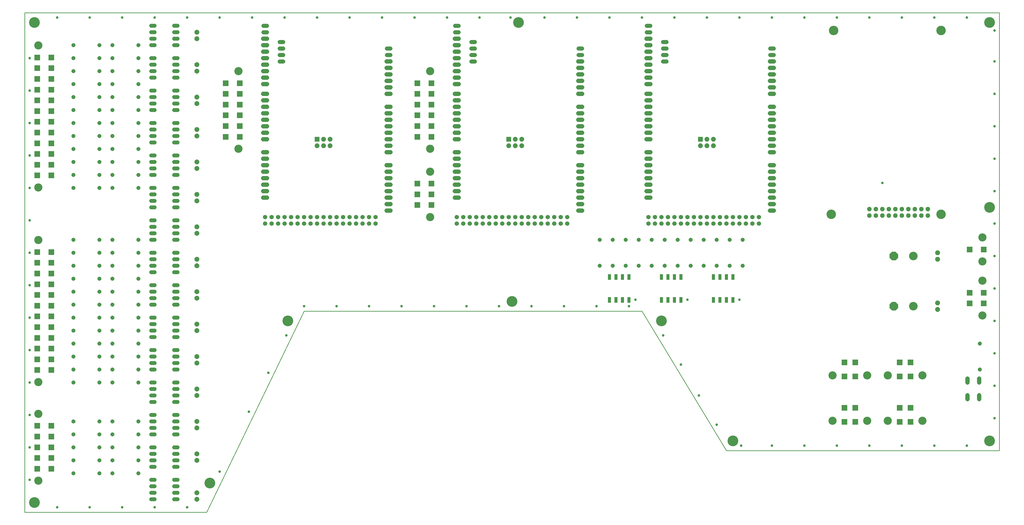
<source format=gbr>
G04 EAGLE Gerber X2 export*
G75*
%MOIN*%
%FSLAX34Y34*%
%LPD*%
%AMOC8*
5,1,8,0,0,1.08239X$1,22.5*%
G01*
%ADD10C,0.145795*%
%ADD11C,0.165480*%
%ADD12C,0.067370*%
%ADD13C,0.067370*%
%ADD14C,0.064000*%
%ADD15C,0.074000*%
%ADD16R,0.074000X0.074000*%
%ADD17R,0.051000X0.087000*%
%ADD18R,0.090677X0.090677*%
%ADD19C,0.126110*%
%ADD20P,0.076850X8X292.500000*%
%ADD21C,0.060000*%
%ADD22P,0.064943X8X22.500000*%
%ADD23C,0.068000*%
%ADD24P,0.073603X8X202.500000*%
%ADD25P,0.142875X8X202.500000*%
%ADD26C,0.132000*%
%ADD27P,0.064943X8X112.500000*%
%ADD28C,0.039000*%
%ADD29C,0.010000*%


D10*
X124512Y74268D03*
X141047Y74268D03*
X141047Y45921D03*
X124118Y45921D03*
D11*
X98000Y29500D03*
X75000Y32500D03*
X40500Y29500D03*
X28500Y4500D03*
X1500Y75500D03*
X76000Y75500D03*
X148500Y75500D03*
X148500Y11000D03*
X109000Y11000D03*
X148500Y47000D03*
X1500Y1500D03*
D12*
X85203Y69500D02*
X85797Y69500D01*
X85797Y68500D02*
X85203Y68500D01*
X85203Y67500D02*
X85797Y67500D01*
X85797Y66500D02*
X85203Y66500D01*
X85203Y65500D02*
X85797Y65500D01*
X85797Y64500D02*
X85203Y64500D01*
X66797Y64500D02*
X66203Y64500D01*
X66203Y63500D02*
X66797Y63500D01*
X66797Y62500D02*
X66203Y62500D01*
X66203Y61500D02*
X66797Y61500D01*
X66797Y60500D02*
X66203Y60500D01*
X66203Y59500D02*
X66797Y59500D01*
X66797Y58500D02*
X66203Y58500D01*
X66203Y57500D02*
X66797Y57500D01*
X66797Y55500D02*
X66203Y55500D01*
X66203Y54500D02*
X66797Y54500D01*
X66797Y52500D02*
X66203Y52500D01*
X66203Y51500D02*
X66797Y51500D01*
X66797Y50500D02*
X66203Y50500D01*
X66203Y49500D02*
X66797Y49500D01*
X66797Y48500D02*
X66203Y48500D01*
X66203Y73000D02*
X66797Y73000D01*
X66797Y72000D02*
X66203Y72000D01*
X66203Y71000D02*
X66797Y71000D01*
X66797Y70000D02*
X66203Y70000D01*
X66203Y69000D02*
X66797Y69000D01*
X66797Y68000D02*
X66203Y68000D01*
X66203Y67000D02*
X66797Y67000D01*
X66797Y66000D02*
X66203Y66000D01*
D13*
X83500Y44500D03*
X83500Y45500D03*
X82500Y45500D03*
X82500Y44500D03*
X81500Y44500D03*
X81500Y45500D03*
X80500Y45500D03*
X80500Y44500D03*
X79500Y44500D03*
X79500Y45500D03*
X78500Y44500D03*
X78500Y45500D03*
X77500Y45500D03*
X77500Y44500D03*
X76500Y44500D03*
X76500Y45500D03*
X75500Y45500D03*
X75500Y44500D03*
X74500Y45500D03*
X74500Y44500D03*
X73500Y44500D03*
X73500Y45500D03*
X72500Y45500D03*
X72500Y44500D03*
X71500Y44500D03*
X71500Y45500D03*
X70500Y44500D03*
X70500Y45500D03*
X69500Y45500D03*
X69500Y44500D03*
X68500Y44500D03*
X68500Y45500D03*
X67500Y45500D03*
X67500Y44500D03*
X66500Y45500D03*
X66500Y44500D03*
D12*
X66797Y53500D02*
X66203Y53500D01*
X85203Y53500D02*
X85797Y53500D01*
X85797Y52500D02*
X85203Y52500D01*
X85203Y50500D02*
X85797Y50500D01*
X85797Y49500D02*
X85203Y49500D01*
X85203Y48500D02*
X85797Y48500D01*
X85797Y47500D02*
X85203Y47500D01*
X85203Y46500D02*
X85797Y46500D01*
X85797Y51500D02*
X85203Y51500D01*
X85203Y62500D02*
X85797Y62500D01*
X85797Y61500D02*
X85203Y61500D01*
X85203Y59500D02*
X85797Y59500D01*
X85797Y58500D02*
X85203Y58500D01*
X85203Y57500D02*
X85797Y57500D01*
X85797Y56500D02*
X85203Y56500D01*
X85203Y55500D02*
X85797Y55500D01*
X85797Y60500D02*
X85203Y60500D01*
D14*
X69280Y69500D02*
X68720Y69500D01*
X68720Y70500D02*
X69280Y70500D01*
X69280Y71500D02*
X68720Y71500D01*
X68720Y72500D02*
X69280Y72500D01*
X85220Y70500D02*
X85780Y70500D01*
X85780Y71500D02*
X85220Y71500D01*
X66780Y74000D02*
X66220Y74000D01*
X66220Y75000D02*
X66780Y75000D01*
D15*
X74500Y56500D03*
X75500Y56500D03*
X76500Y56500D03*
X76500Y57500D03*
X75500Y57500D03*
D16*
X74500Y57500D03*
D12*
X66797Y73000D02*
X66203Y73000D01*
D17*
X100000Y36270D03*
X100000Y32730D03*
X101000Y36270D03*
X101000Y32730D03*
X99000Y36270D03*
X99000Y32730D03*
X98000Y32730D03*
X98000Y36270D03*
D18*
X4083Y40094D03*
X4083Y38441D03*
X4083Y36787D03*
X4083Y35134D03*
X4083Y33480D03*
X4083Y31827D03*
X4083Y30173D03*
X4083Y28520D03*
X4083Y26866D03*
X4083Y25213D03*
X4083Y23559D03*
X1917Y40094D03*
X1917Y38441D03*
X1917Y36787D03*
X1917Y35134D03*
X1917Y33480D03*
X1917Y31827D03*
X1917Y30173D03*
X1917Y28520D03*
X1917Y26866D03*
X1917Y25213D03*
X4083Y21906D03*
X1917Y23559D03*
X1917Y21906D03*
D19*
X2098Y41945D03*
X2098Y20055D03*
D18*
X60417Y57866D03*
X60417Y59520D03*
X60417Y61173D03*
X60417Y62827D03*
X60417Y64480D03*
X60417Y66134D03*
X62583Y66134D03*
X62583Y61173D03*
X62583Y62827D03*
X62583Y64480D03*
X62583Y59520D03*
X62583Y57866D03*
D19*
X62402Y56016D03*
X62402Y67984D03*
D20*
X140500Y32250D03*
X140500Y31250D03*
X140500Y40000D03*
X140500Y39000D03*
D12*
X56297Y69500D02*
X55703Y69500D01*
X55703Y68500D02*
X56297Y68500D01*
X56297Y67500D02*
X55703Y67500D01*
X55703Y66500D02*
X56297Y66500D01*
X56297Y65500D02*
X55703Y65500D01*
X55703Y64500D02*
X56297Y64500D01*
X37297Y64500D02*
X36703Y64500D01*
X36703Y63500D02*
X37297Y63500D01*
X37297Y62500D02*
X36703Y62500D01*
X36703Y61500D02*
X37297Y61500D01*
X37297Y60500D02*
X36703Y60500D01*
X36703Y59500D02*
X37297Y59500D01*
X37297Y58500D02*
X36703Y58500D01*
X36703Y57500D02*
X37297Y57500D01*
X37297Y55500D02*
X36703Y55500D01*
X36703Y54500D02*
X37297Y54500D01*
X37297Y52500D02*
X36703Y52500D01*
X36703Y51500D02*
X37297Y51500D01*
X37297Y50500D02*
X36703Y50500D01*
X36703Y49500D02*
X37297Y49500D01*
X37297Y48500D02*
X36703Y48500D01*
X36703Y73000D02*
X37297Y73000D01*
X37297Y72000D02*
X36703Y72000D01*
X36703Y71000D02*
X37297Y71000D01*
X37297Y70000D02*
X36703Y70000D01*
X36703Y69000D02*
X37297Y69000D01*
X37297Y68000D02*
X36703Y68000D01*
X36703Y67000D02*
X37297Y67000D01*
X37297Y66000D02*
X36703Y66000D01*
D13*
X54000Y44500D03*
X54000Y45500D03*
X53000Y45500D03*
X53000Y44500D03*
X52000Y44500D03*
X52000Y45500D03*
X51000Y45500D03*
X51000Y44500D03*
X50000Y44500D03*
X50000Y45500D03*
X49000Y44500D03*
X49000Y45500D03*
X48000Y45500D03*
X48000Y44500D03*
X47000Y44500D03*
X47000Y45500D03*
X46000Y45500D03*
X46000Y44500D03*
X45000Y45500D03*
X45000Y44500D03*
X44000Y44500D03*
X44000Y45500D03*
X43000Y45500D03*
X43000Y44500D03*
X42000Y44500D03*
X42000Y45500D03*
X41000Y44500D03*
X41000Y45500D03*
X40000Y45500D03*
X40000Y44500D03*
X39000Y44500D03*
X39000Y45500D03*
X38000Y45500D03*
X38000Y44500D03*
X37000Y45500D03*
X37000Y44500D03*
D12*
X37297Y53500D02*
X36703Y53500D01*
X55703Y53500D02*
X56297Y53500D01*
X56297Y52500D02*
X55703Y52500D01*
X55703Y50500D02*
X56297Y50500D01*
X56297Y49500D02*
X55703Y49500D01*
X55703Y48500D02*
X56297Y48500D01*
X56297Y47500D02*
X55703Y47500D01*
X55703Y46500D02*
X56297Y46500D01*
X56297Y51500D02*
X55703Y51500D01*
X55703Y62500D02*
X56297Y62500D01*
X56297Y61500D02*
X55703Y61500D01*
X55703Y59500D02*
X56297Y59500D01*
X56297Y58500D02*
X55703Y58500D01*
X55703Y57500D02*
X56297Y57500D01*
X56297Y56500D02*
X55703Y56500D01*
X55703Y55500D02*
X56297Y55500D01*
X56297Y60500D02*
X55703Y60500D01*
D14*
X39780Y69500D02*
X39220Y69500D01*
X39220Y70500D02*
X39780Y70500D01*
X39780Y71500D02*
X39220Y71500D01*
X39220Y72500D02*
X39780Y72500D01*
X55720Y70500D02*
X56280Y70500D01*
X56280Y71500D02*
X55720Y71500D01*
X37280Y74000D02*
X36720Y74000D01*
X36720Y75000D02*
X37280Y75000D01*
D15*
X45000Y56500D03*
X46000Y56500D03*
X47000Y56500D03*
X47000Y57500D03*
X46000Y57500D03*
D16*
X45000Y57500D03*
D12*
X37297Y73000D02*
X36703Y73000D01*
D17*
X92000Y36270D03*
X92000Y32730D03*
X93000Y36270D03*
X93000Y32730D03*
X91000Y36270D03*
X91000Y32730D03*
X90000Y32730D03*
X90000Y36270D03*
D18*
X4083Y70094D03*
X4083Y68441D03*
X4083Y66787D03*
X4083Y65134D03*
X4083Y63480D03*
X4083Y61827D03*
X4083Y60173D03*
X4083Y58520D03*
X4083Y56866D03*
X4083Y55213D03*
X4083Y53559D03*
X1917Y70094D03*
X1917Y68441D03*
X1917Y66787D03*
X1917Y65134D03*
X1917Y63480D03*
X1917Y61827D03*
X1917Y60173D03*
X1917Y58520D03*
X1917Y56866D03*
X1917Y55213D03*
X4083Y51906D03*
X1917Y53559D03*
X1917Y51906D03*
D19*
X2098Y71945D03*
X2098Y50055D03*
D18*
X30917Y57866D03*
X30917Y59520D03*
X30917Y61173D03*
X30917Y62827D03*
X30917Y64480D03*
X30917Y66134D03*
X33083Y66134D03*
X33083Y61173D03*
X33083Y62827D03*
X33083Y64480D03*
X33083Y59520D03*
X33083Y57866D03*
D19*
X32902Y56016D03*
X32902Y67984D03*
D21*
X20000Y45000D02*
X19480Y45000D01*
X19480Y44000D02*
X20000Y44000D01*
X23000Y44000D02*
X23520Y44000D01*
X23520Y45000D02*
X23000Y45000D01*
X20000Y43000D02*
X19480Y43000D01*
X19480Y42000D02*
X20000Y42000D01*
X23000Y43000D02*
X23520Y43000D01*
X23520Y42000D02*
X23000Y42000D01*
X20000Y60000D02*
X19480Y60000D01*
X19480Y59000D02*
X20000Y59000D01*
X23000Y59000D02*
X23520Y59000D01*
X23520Y60000D02*
X23000Y60000D01*
X20000Y58000D02*
X19480Y58000D01*
X19480Y57000D02*
X20000Y57000D01*
X23000Y58000D02*
X23520Y58000D01*
X23520Y57000D02*
X23000Y57000D01*
X20000Y55000D02*
X19480Y55000D01*
X19480Y54000D02*
X20000Y54000D01*
X23000Y54000D02*
X23520Y54000D01*
X23520Y55000D02*
X23000Y55000D01*
X20000Y53000D02*
X19480Y53000D01*
X19480Y52000D02*
X20000Y52000D01*
X23000Y53000D02*
X23520Y53000D01*
X23520Y52000D02*
X23000Y52000D01*
X20000Y50000D02*
X19480Y50000D01*
X19480Y49000D02*
X20000Y49000D01*
X23000Y49000D02*
X23520Y49000D01*
X23520Y50000D02*
X23000Y50000D01*
X20000Y48000D02*
X19480Y48000D01*
X19480Y47000D02*
X20000Y47000D01*
X23000Y48000D02*
X23520Y48000D01*
X23520Y47000D02*
X23000Y47000D01*
X20000Y40000D02*
X19480Y40000D01*
X19480Y39000D02*
X20000Y39000D01*
X23000Y39000D02*
X23520Y39000D01*
X23520Y40000D02*
X23000Y40000D01*
X20000Y38000D02*
X19480Y38000D01*
X19480Y37000D02*
X20000Y37000D01*
X23000Y38000D02*
X23520Y38000D01*
X23520Y37000D02*
X23000Y37000D01*
X20000Y35000D02*
X19480Y35000D01*
X19480Y34000D02*
X20000Y34000D01*
X23000Y34000D02*
X23520Y34000D01*
X23520Y35000D02*
X23000Y35000D01*
X20000Y33000D02*
X19480Y33000D01*
X19480Y32000D02*
X20000Y32000D01*
X23000Y33000D02*
X23520Y33000D01*
X23520Y32000D02*
X23000Y32000D01*
X20000Y30000D02*
X19480Y30000D01*
X19480Y29000D02*
X20000Y29000D01*
X23000Y29000D02*
X23520Y29000D01*
X23520Y30000D02*
X23000Y30000D01*
X20000Y28000D02*
X19480Y28000D01*
X19480Y27000D02*
X20000Y27000D01*
X23000Y28000D02*
X23520Y28000D01*
X23520Y27000D02*
X23000Y27000D01*
X20000Y25000D02*
X19480Y25000D01*
X19480Y24000D02*
X20000Y24000D01*
X23000Y24000D02*
X23520Y24000D01*
X23520Y25000D02*
X23000Y25000D01*
X20000Y23000D02*
X19480Y23000D01*
X19480Y22000D02*
X20000Y22000D01*
X23000Y23000D02*
X23520Y23000D01*
X23520Y22000D02*
X23000Y22000D01*
X20000Y20000D02*
X19480Y20000D01*
X19480Y19000D02*
X20000Y19000D01*
X23000Y19000D02*
X23520Y19000D01*
X23520Y20000D02*
X23000Y20000D01*
X20000Y18000D02*
X19480Y18000D01*
X19480Y17000D02*
X20000Y17000D01*
X23000Y18000D02*
X23520Y18000D01*
X23520Y17000D02*
X23000Y17000D01*
X20000Y75000D02*
X19480Y75000D01*
X19480Y74000D02*
X20000Y74000D01*
X23000Y74000D02*
X23520Y74000D01*
X23520Y75000D02*
X23000Y75000D01*
X20000Y73000D02*
X19480Y73000D01*
X19480Y72000D02*
X20000Y72000D01*
X23000Y73000D02*
X23520Y73000D01*
X23520Y72000D02*
X23000Y72000D01*
X20000Y70000D02*
X19480Y70000D01*
X19480Y69000D02*
X20000Y69000D01*
X23000Y69000D02*
X23520Y69000D01*
X23520Y70000D02*
X23000Y70000D01*
X20000Y68000D02*
X19480Y68000D01*
X19480Y67000D02*
X20000Y67000D01*
X23000Y68000D02*
X23520Y68000D01*
X23520Y67000D02*
X23000Y67000D01*
X20000Y65000D02*
X19480Y65000D01*
X19480Y64000D02*
X20000Y64000D01*
X23000Y64000D02*
X23520Y64000D01*
X23520Y65000D02*
X23000Y65000D01*
X20000Y63000D02*
X19480Y63000D01*
X19480Y62000D02*
X20000Y62000D01*
X23000Y63000D02*
X23520Y63000D01*
X23520Y62000D02*
X23000Y62000D01*
D18*
X134673Y23083D03*
X136327Y23083D03*
X136327Y20917D03*
X134673Y20917D03*
D19*
X132823Y21098D03*
X138177Y21098D03*
D18*
X126173Y16083D03*
X127827Y16083D03*
X127827Y13917D03*
X126173Y13917D03*
D19*
X124323Y14098D03*
X129677Y14098D03*
D18*
X126173Y23083D03*
X127827Y23083D03*
X127827Y20917D03*
X126173Y20917D03*
D19*
X124323Y21098D03*
X129677Y21098D03*
D21*
X20000Y15000D02*
X19480Y15000D01*
X19480Y14000D02*
X20000Y14000D01*
X23000Y14000D02*
X23520Y14000D01*
X23520Y15000D02*
X23000Y15000D01*
X20000Y13000D02*
X19480Y13000D01*
X19480Y12000D02*
X20000Y12000D01*
X23000Y13000D02*
X23520Y13000D01*
X23520Y12000D02*
X23000Y12000D01*
X20000Y10000D02*
X19480Y10000D01*
X19480Y9000D02*
X20000Y9000D01*
X23000Y9000D02*
X23520Y9000D01*
X23520Y10000D02*
X23000Y10000D01*
X20000Y8000D02*
X19480Y8000D01*
X19480Y7000D02*
X20000Y7000D01*
X23000Y8000D02*
X23520Y8000D01*
X23520Y7000D02*
X23000Y7000D01*
X20000Y5000D02*
X19480Y5000D01*
X19480Y4000D02*
X20000Y4000D01*
X23000Y4000D02*
X23520Y4000D01*
X23520Y5000D02*
X23000Y5000D01*
X20000Y3000D02*
X19480Y3000D01*
X19480Y2000D02*
X20000Y2000D01*
X23000Y3000D02*
X23520Y3000D01*
X23520Y2000D02*
X23000Y2000D01*
D18*
X4083Y13307D03*
X4083Y11654D03*
X4083Y10000D03*
X4083Y8346D03*
X4083Y6693D03*
X1917Y8346D03*
X1917Y6693D03*
X1917Y10000D03*
X1917Y11654D03*
X1917Y13307D03*
D19*
X2098Y15157D03*
X2098Y4843D03*
D22*
X13500Y42000D03*
X17500Y42000D03*
X13500Y24000D03*
X17500Y24000D03*
X13500Y22000D03*
X17500Y22000D03*
X13500Y20000D03*
X17500Y20000D03*
X13500Y72000D03*
X17500Y72000D03*
X13500Y70000D03*
X17500Y70000D03*
X13500Y68000D03*
X17500Y68000D03*
X13500Y66000D03*
X17500Y66000D03*
X13500Y64000D03*
X17500Y64000D03*
X13500Y62000D03*
X17500Y62000D03*
X13500Y60000D03*
X17500Y60000D03*
X13500Y40000D03*
X17500Y40000D03*
X13500Y58000D03*
X17500Y58000D03*
X13500Y56000D03*
X17500Y56000D03*
X13500Y54000D03*
X17500Y54000D03*
X13500Y52000D03*
X17500Y52000D03*
X13500Y50000D03*
X17500Y50000D03*
X13500Y14000D03*
X17500Y14000D03*
X13500Y12000D03*
X17500Y12000D03*
X13500Y10000D03*
X17500Y10000D03*
X13500Y8000D03*
X17500Y8000D03*
X13500Y6000D03*
X17500Y6000D03*
X13500Y38000D03*
X17500Y38000D03*
X7500Y14000D03*
X11500Y14000D03*
X7500Y12000D03*
X11500Y12000D03*
X7500Y10000D03*
X11500Y10000D03*
X7500Y8000D03*
X11500Y8000D03*
X7500Y6000D03*
X11500Y6000D03*
X13500Y36000D03*
X17500Y36000D03*
X13500Y34000D03*
X17500Y34000D03*
X13500Y32000D03*
X17500Y32000D03*
X13500Y30000D03*
X17500Y30000D03*
X13500Y28000D03*
X17500Y28000D03*
X13500Y26000D03*
X17500Y26000D03*
D23*
X146890Y20580D02*
X146890Y19980D01*
X145110Y19980D02*
X145110Y20580D01*
X146890Y18020D02*
X146890Y17420D01*
X145110Y17420D02*
X145110Y18020D01*
D12*
X115297Y69500D02*
X114703Y69500D01*
X114703Y68500D02*
X115297Y68500D01*
X115297Y67500D02*
X114703Y67500D01*
X114703Y66500D02*
X115297Y66500D01*
X115297Y65500D02*
X114703Y65500D01*
X114703Y64500D02*
X115297Y64500D01*
X96297Y64500D02*
X95703Y64500D01*
X95703Y63500D02*
X96297Y63500D01*
X96297Y62500D02*
X95703Y62500D01*
X95703Y61500D02*
X96297Y61500D01*
X96297Y60500D02*
X95703Y60500D01*
X95703Y59500D02*
X96297Y59500D01*
X96297Y58500D02*
X95703Y58500D01*
X95703Y57500D02*
X96297Y57500D01*
X96297Y55500D02*
X95703Y55500D01*
X95703Y54500D02*
X96297Y54500D01*
X96297Y52500D02*
X95703Y52500D01*
X95703Y51500D02*
X96297Y51500D01*
X96297Y50500D02*
X95703Y50500D01*
X95703Y49500D02*
X96297Y49500D01*
X96297Y48500D02*
X95703Y48500D01*
X95703Y73000D02*
X96297Y73000D01*
X96297Y72000D02*
X95703Y72000D01*
X95703Y71000D02*
X96297Y71000D01*
X96297Y70000D02*
X95703Y70000D01*
X95703Y69000D02*
X96297Y69000D01*
X96297Y68000D02*
X95703Y68000D01*
X95703Y67000D02*
X96297Y67000D01*
X96297Y66000D02*
X95703Y66000D01*
D13*
X113000Y44500D03*
X113000Y45500D03*
X112000Y45500D03*
X112000Y44500D03*
X111000Y44500D03*
X111000Y45500D03*
X110000Y45500D03*
X110000Y44500D03*
X109000Y44500D03*
X109000Y45500D03*
X108000Y44500D03*
X108000Y45500D03*
X107000Y45500D03*
X107000Y44500D03*
X106000Y44500D03*
X106000Y45500D03*
X105000Y45500D03*
X105000Y44500D03*
X104000Y45500D03*
X104000Y44500D03*
X103000Y44500D03*
X103000Y45500D03*
X102000Y45500D03*
X102000Y44500D03*
X101000Y44500D03*
X101000Y45500D03*
X100000Y44500D03*
X100000Y45500D03*
X99000Y45500D03*
X99000Y44500D03*
X98000Y44500D03*
X98000Y45500D03*
X97000Y45500D03*
X97000Y44500D03*
X96000Y45500D03*
X96000Y44500D03*
D12*
X96297Y53500D02*
X95703Y53500D01*
X114703Y53500D02*
X115297Y53500D01*
X115297Y52500D02*
X114703Y52500D01*
X114703Y50500D02*
X115297Y50500D01*
X115297Y49500D02*
X114703Y49500D01*
X114703Y48500D02*
X115297Y48500D01*
X115297Y47500D02*
X114703Y47500D01*
X114703Y46500D02*
X115297Y46500D01*
X115297Y51500D02*
X114703Y51500D01*
X114703Y62500D02*
X115297Y62500D01*
X115297Y61500D02*
X114703Y61500D01*
X114703Y59500D02*
X115297Y59500D01*
X115297Y58500D02*
X114703Y58500D01*
X114703Y57500D02*
X115297Y57500D01*
X115297Y56500D02*
X114703Y56500D01*
X114703Y55500D02*
X115297Y55500D01*
X115297Y60500D02*
X114703Y60500D01*
D14*
X98780Y69500D02*
X98220Y69500D01*
X98220Y70500D02*
X98780Y70500D01*
X98780Y71500D02*
X98220Y71500D01*
X98220Y72500D02*
X98780Y72500D01*
X114720Y70500D02*
X115280Y70500D01*
X115280Y71500D02*
X114720Y71500D01*
X96280Y74000D02*
X95720Y74000D01*
X95720Y75000D02*
X96280Y75000D01*
D15*
X104000Y56500D03*
X105000Y56500D03*
X106000Y56500D03*
X106000Y57500D03*
X105000Y57500D03*
D16*
X104000Y57500D03*
D12*
X96297Y73000D02*
X95703Y73000D01*
D17*
X108000Y36270D03*
X108000Y32730D03*
X109000Y36270D03*
X109000Y32730D03*
X107000Y36270D03*
X107000Y32730D03*
X106000Y32730D03*
X106000Y36270D03*
D18*
X134673Y16083D03*
X136327Y16083D03*
X136327Y13917D03*
X134673Y13917D03*
D19*
X132823Y14098D03*
X138177Y14098D03*
D18*
X60417Y47346D03*
X60417Y49000D03*
X60417Y50654D03*
X62583Y50654D03*
X62583Y49000D03*
X62583Y47346D03*
D19*
X62402Y45496D03*
X62402Y52504D03*
D24*
X138983Y46725D03*
X137983Y46725D03*
X136983Y46725D03*
X135983Y46725D03*
X134983Y46725D03*
X133983Y46725D03*
X138983Y45725D03*
X137983Y45725D03*
X136983Y45725D03*
X135983Y45725D03*
X134983Y45725D03*
X133983Y45725D03*
X132983Y46725D03*
X131983Y46725D03*
X132983Y45725D03*
X131983Y45725D03*
X130983Y46725D03*
X130983Y45725D03*
X129983Y46725D03*
X129983Y45725D03*
D18*
X145417Y40500D03*
X147583Y40500D03*
D19*
X147402Y38650D03*
X147402Y42350D03*
D18*
X145417Y32173D03*
X145417Y33827D03*
X147583Y33827D03*
X147583Y32173D03*
D19*
X147402Y30323D03*
X147402Y35677D03*
D25*
X133750Y39500D03*
D26*
X136750Y39500D03*
D25*
X133750Y31750D03*
D26*
X136750Y31750D03*
D22*
X7500Y72000D03*
X11500Y72000D03*
X7500Y70000D03*
X11500Y70000D03*
X7500Y68000D03*
X11500Y68000D03*
X7500Y66000D03*
X11500Y66000D03*
X7500Y64000D03*
X11500Y64000D03*
X7500Y62000D03*
X11500Y62000D03*
X7500Y60000D03*
X11500Y60000D03*
X7500Y58000D03*
X11500Y58000D03*
X7500Y56000D03*
X11500Y56000D03*
X7500Y54000D03*
X11500Y54000D03*
X7500Y52000D03*
X11500Y52000D03*
X7500Y50000D03*
X11500Y50000D03*
X7500Y42000D03*
X11500Y42000D03*
X7500Y40000D03*
X11500Y40000D03*
X7500Y38000D03*
X11500Y38000D03*
X7500Y36000D03*
X11500Y36000D03*
X7500Y34000D03*
X11500Y34000D03*
X7500Y32000D03*
X11500Y32000D03*
X7500Y30000D03*
X11500Y30000D03*
X7500Y28000D03*
X11500Y28000D03*
X7500Y26000D03*
X11500Y26000D03*
X7500Y24000D03*
X11500Y24000D03*
X7500Y22000D03*
X11500Y22000D03*
X7500Y20000D03*
X11500Y20000D03*
D27*
X147000Y22000D03*
X147000Y26000D03*
X96500Y38000D03*
X96500Y42000D03*
X98500Y38000D03*
X98500Y42000D03*
X100500Y38000D03*
X100500Y42000D03*
X102500Y38000D03*
X102500Y42000D03*
X88500Y38000D03*
X88500Y42000D03*
X90500Y38000D03*
X90500Y42000D03*
X92500Y38000D03*
X92500Y42000D03*
X94500Y38000D03*
X94500Y42000D03*
X104500Y38000D03*
X104500Y42000D03*
X106500Y38000D03*
X106500Y42000D03*
X108500Y38000D03*
X108500Y42000D03*
X110500Y38000D03*
X110500Y42000D03*
D20*
X26500Y44000D03*
X26500Y43000D03*
X26500Y39000D03*
X26500Y38000D03*
X26500Y34000D03*
X26500Y33000D03*
X26500Y29000D03*
X26500Y28000D03*
X26500Y24000D03*
X26500Y23000D03*
X26500Y19000D03*
X26500Y18000D03*
X26500Y74000D03*
X26500Y73000D03*
X26500Y69000D03*
X26500Y68000D03*
X26500Y64000D03*
X26500Y63000D03*
X26500Y59000D03*
X26500Y58000D03*
X26500Y54000D03*
X26500Y53000D03*
X26500Y49000D03*
X26500Y48000D03*
X26500Y14000D03*
X26500Y13000D03*
X26500Y9000D03*
X26500Y8000D03*
X26500Y3000D03*
X26500Y2000D03*
D28*
X65000Y76250D03*
X750Y70000D03*
X750Y65000D03*
X750Y55000D03*
X750Y60000D03*
X750Y50000D03*
X750Y45000D03*
X750Y40000D03*
X750Y35000D03*
X750Y30000D03*
X750Y25000D03*
X750Y20000D03*
X750Y15000D03*
X750Y10000D03*
X750Y5000D03*
X5000Y750D03*
X10000Y750D03*
X15000Y750D03*
X20000Y750D03*
X25000Y750D03*
X30000Y6250D03*
X34500Y15500D03*
X37500Y21500D03*
X40250Y27250D03*
X43000Y31750D03*
X48000Y31750D03*
X53000Y31750D03*
X58000Y31750D03*
X63000Y31750D03*
X68000Y31750D03*
X73000Y31750D03*
X78000Y31750D03*
X83000Y31750D03*
X88000Y31750D03*
X93000Y31750D03*
X98250Y27250D03*
X103750Y18000D03*
X106500Y13500D03*
X110250Y10250D03*
X115000Y10250D03*
X120000Y10250D03*
X125000Y10250D03*
X130000Y10250D03*
X135000Y10250D03*
X140000Y10250D03*
X145000Y10250D03*
X149250Y14500D03*
X149250Y19500D03*
X149250Y24500D03*
X149250Y29500D03*
X149250Y34500D03*
X149250Y39500D03*
X149250Y44500D03*
X149250Y49500D03*
X149250Y54500D03*
X149250Y59500D03*
X149250Y64500D03*
X149250Y69500D03*
X149250Y74250D03*
X145000Y76250D03*
X140000Y76250D03*
X135000Y76250D03*
X130000Y76250D03*
X125000Y76250D03*
X120000Y76250D03*
X115000Y76250D03*
X110000Y76250D03*
X105000Y76250D03*
X100000Y76250D03*
X95000Y76250D03*
X90000Y76250D03*
X85000Y76250D03*
X80000Y76250D03*
X74750Y76250D03*
X70000Y76250D03*
X60000Y76250D03*
X55000Y76250D03*
X50000Y76250D03*
X45000Y76250D03*
X40000Y76250D03*
X35000Y76250D03*
X30000Y76250D03*
X25000Y76250D03*
X20000Y76250D03*
X15000Y76250D03*
X10000Y76250D03*
X5000Y76250D03*
X101000Y22750D03*
X94000Y32750D03*
X102000Y32750D03*
X110000Y32750D03*
X132000Y50750D03*
D29*
X0Y0D02*
X28000Y0D01*
X43000Y31000D01*
X95000Y31000D01*
X108000Y9500D01*
X150000Y9500D01*
X150000Y77000D01*
X0Y77000D01*
X0Y0D01*
M02*

</source>
